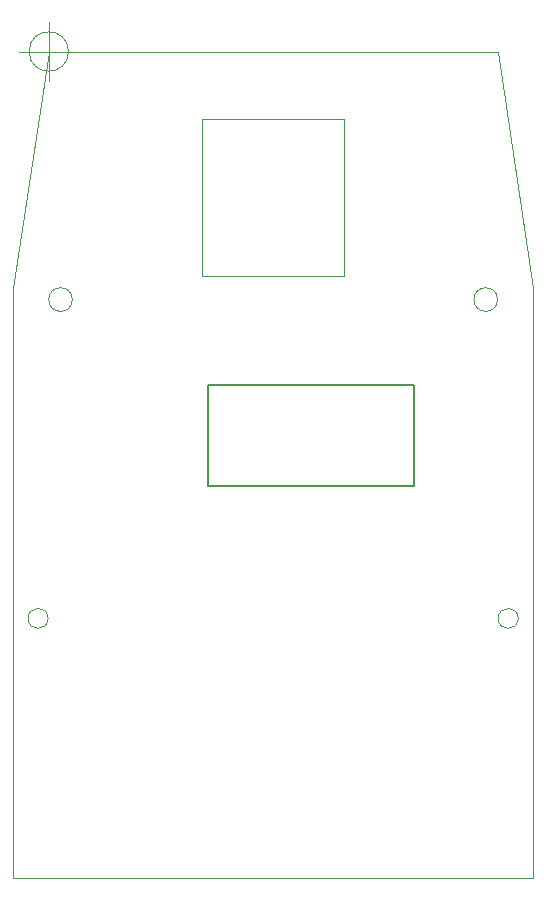
<source format=gbr>
%TF.GenerationSoftware,KiCad,Pcbnew,(5.1.6-0-10_14)*%
%TF.CreationDate,2020-12-05T10:50:09+01:00*%
%TF.ProjectId,Mys,4d79732e-6b69-4636-9164-5f7063625858,rev?*%
%TF.SameCoordinates,PX223cd58PY13c0734*%
%TF.FileFunction,Profile,NP*%
%FSLAX46Y46*%
G04 Gerber Fmt 4.6, Leading zero omitted, Abs format (unit mm)*
G04 Created by KiCad (PCBNEW (5.1.6-0-10_14)) date 2020-12-05 10:50:09*
%MOMM*%
%LPD*%
G01*
G04 APERTURE LIST*
%TA.AperFunction,Profile*%
%ADD10C,0.050000*%
%TD*%
%TA.AperFunction,Profile*%
%ADD11C,0.150000*%
%TD*%
G04 APERTURE END LIST*
D10*
X1666666Y0D02*
G75*
G03*
X1666666Y0I-1666666J0D01*
G01*
X-2500000Y0D02*
X2500000Y0D01*
X0Y2500000D02*
X0Y-2500000D01*
D11*
X30900000Y-36800000D02*
X13500000Y-36800000D01*
X30900000Y-28200000D02*
X30900000Y-36800000D01*
X13500000Y-28200000D02*
X30900000Y-28200000D01*
X13500000Y-36800000D02*
X13500000Y-28200000D01*
D10*
X2000000Y-21000000D02*
G75*
G03*
X2000000Y-21000000I-1000000J0D01*
G01*
X13000000Y-19000000D02*
X13000000Y-5700000D01*
X13000000Y-19000000D02*
X25000000Y-19000000D01*
X25000000Y-5700000D02*
X25000000Y-19000000D01*
X13000000Y-5700000D02*
X25000000Y-5700000D01*
X-50000Y-48000000D02*
G75*
G03*
X-50000Y-48000000I-850000J0D01*
G01*
X39750000Y-48000000D02*
G75*
G03*
X39750000Y-48000000I-850000J0D01*
G01*
X38000000Y-21000000D02*
G75*
G03*
X38000000Y-21000000I-1000000J0D01*
G01*
X41000000Y-70000000D02*
X-3000000Y-70000000D01*
X41000000Y-20000000D02*
X41000000Y-70000000D01*
X-3000000Y-20000000D02*
X-3000000Y-70000000D01*
X38000000Y0D02*
X41000000Y-20000000D01*
X0Y0D02*
X-3000000Y-20000000D01*
X0Y0D02*
X38000000Y0D01*
M02*

</source>
